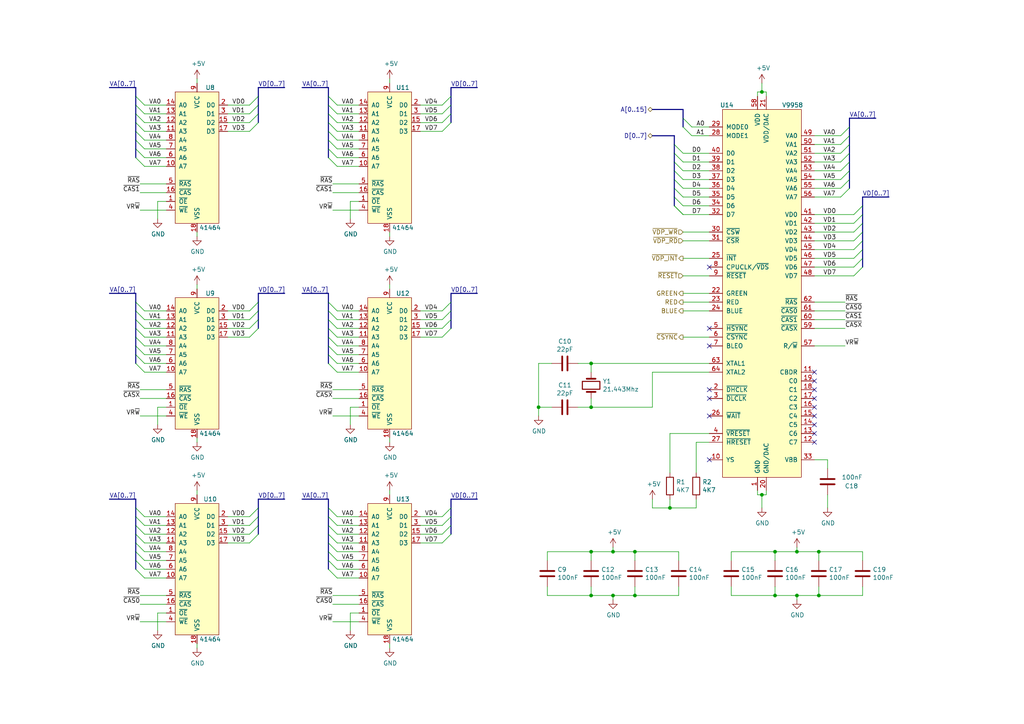
<source format=kicad_sch>
(kicad_sch (version 20211123) (generator eeschema)
  (paper "A4")
  (title_block (title "Y Ddraig Fechan") (company "Stephen Moody"))
  (lib_symbols
    (symbol "Ddraig:41464" (pin_names (offset 1.016))
      (property "Reference" "U" (at 3.81 20.32 0))
      (property "Value" "41464" (at 5.08 -20.32 0))
      (symbol "41464_0_1"
        (rectangle (start -6.35 19.05) (end 6.35 -19.05) (fill (type background)))
      )
      (symbol "41464_1_1"
        (pin input line (at -8.89 -12.7 0) (length 2.54) (name "~{OE}") (number "1"))
        (pin input line (at -8.89 -2.54 0) (length 2.54) (name "A7") (number "10"))
        (pin input line (at -8.89 7.62 0) (length 2.54) (name "A3") (number "11"))
        (pin input line (at -8.89 10.16 0) (length 2.54) (name "A2") (number "12"))
        (pin input line (at -8.89 12.7 0) (length 2.54) (name "A1") (number "13"))
        (pin input line (at -8.89 15.24 0) (length 2.54) (name "A0") (number "14"))
        (pin bidirectional line (at 8.89 10.16 180) (length 2.54) (name "D2") (number "15"))
        (pin input line (at -8.89 -10.16 0) (length 2.54) (name "~{CAS}") (number "16"))
        (pin bidirectional line (at 8.89 7.62 180) (length 2.54) (name "D3") (number "17"))
        (pin power_in line (at 0 -21.59 90) (length 2.54) (name "VSS") (number "18"))
        (pin bidirectional line (at 8.89 15.24 180) (length 2.54) (name "D0") (number "2"))
        (pin bidirectional line (at 8.89 12.7 180) (length 2.54) (name "D1") (number "3"))
        (pin input line (at -8.89 -15.24 0) (length 2.54) (name "~{WE}") (number "4"))
        (pin input line (at -8.89 -7.62 0) (length 2.54) (name "~{RAS}") (number "5"))
        (pin input line (at -8.89 0 0) (length 2.54) (name "A6") (number "6"))
        (pin input line (at -8.89 2.54 0) (length 2.54) (name "A5") (number "7"))
        (pin input line (at -8.89 5.08 0) (length 2.54) (name "A4") (number "8"))
        (pin power_in line (at 0 21.59 270) (length 2.54) (name "VCC") (number "9"))
      )
    )
    (symbol "Ddraig:V9958" (pin_names (offset 1.016))
      (property "Reference" "U" (at 0 0 0))
      (property "Value" "V9958" (at 0 0 0))
      (symbol "V9958_0_1"
        (rectangle (start -11.43 -55.88) (end 11.43 50.8) (fill (type background)))
      )
      (symbol "V9958_1_1"
        (pin power_in line (at -1.27 -59.69 90) (length 3.81) (name "GND") (number "1"))
        (pin output line (at -15.24 -50.8 0) (length 3.81) (name "YS") (number "10"))
        (pin output line (at 15.24 -25.4 180) (length 3.81) (name "CBDR") (number "11"))
        (pin bidirectional line (at 15.24 -45.72 180) (length 3.81) (name "C7") (number "12"))
        (pin bidirectional line (at 15.24 -43.18 180) (length 3.81) (name "C6") (number "13"))
        (pin bidirectional line (at 15.24 -40.64 180) (length 3.81) (name "C5") (number "14"))
        (pin bidirectional line (at 15.24 -38.1 180) (length 3.81) (name "C4") (number "15"))
        (pin bidirectional line (at 15.24 -35.56 180) (length 3.81) (name "C3") (number "16"))
        (pin bidirectional line (at 15.24 -33.02 180) (length 3.81) (name "C2") (number "17"))
        (pin bidirectional line (at 15.24 -30.48 180) (length 3.81) (name "C1") (number "18"))
        (pin bidirectional line (at 15.24 -27.94 180) (length 3.81) (name "C0") (number "19"))
        (pin output line (at -15.24 -30.48 0) (length 3.81) (name "~{DHCLK}") (number "2"))
        (pin power_in line (at 1.27 -59.69 90) (length 3.81) (name "GND/DAC") (number "20"))
        (pin power_in line (at 1.27 54.61 270) (length 3.81) (name "VDD/DAC") (number "21"))
        (pin output line (at -15.24 -2.54 0) (length 3.81) (name "GREEN") (number "22"))
        (pin output line (at -15.24 -5.08 0) (length 3.81) (name "RED") (number "23"))
        (pin output line (at -15.24 -7.62 0) (length 3.81) (name "BLUE") (number "24"))
        (pin output line (at -15.24 7.62 0) (length 3.81) (name "~{INT}") (number "25"))
        (pin output line (at -15.24 -38.1 0) (length 3.81) (name "~{WAIT}") (number "26"))
        (pin input line (at -15.24 -45.72 0) (length 3.81) (name "~{HRESET}") (number "27"))
        (pin input line (at -15.24 43.18 0) (length 3.81) (name "MODE1") (number "28"))
        (pin input line (at -15.24 45.72 0) (length 3.81) (name "MODE0") (number "29"))
        (pin output line (at -15.24 -33.02 0) (length 3.81) (name "~{DLCLK}") (number "3"))
        (pin input line (at -15.24 15.24 0) (length 3.81) (name "~{CSW}") (number "30"))
        (pin input line (at -15.24 12.7 0) (length 3.81) (name "~{CSR}") (number "31"))
        (pin bidirectional line (at -15.24 20.32 0) (length 3.81) (name "D7") (number "32"))
        (pin input line (at 15.24 -50.8 180) (length 3.81) (name "VBB") (number "33"))
        (pin bidirectional line (at -15.24 22.86 0) (length 3.81) (name "D6") (number "34"))
        (pin bidirectional line (at -15.24 25.4 0) (length 3.81) (name "D5") (number "35"))
        (pin bidirectional line (at -15.24 27.94 0) (length 3.81) (name "D4") (number "36"))
        (pin bidirectional line (at -15.24 30.48 0) (length 3.81) (name "D3") (number "37"))
        (pin bidirectional line (at -15.24 33.02 0) (length 3.81) (name "D2") (number "38"))
        (pin bidirectional line (at -15.24 35.56 0) (length 3.81) (name "D1") (number "39"))
        (pin input line (at -15.24 -43.18 0) (length 3.81) (name "~{VRESET}") (number "4"))
        (pin bidirectional line (at -15.24 38.1 0) (length 3.81) (name "D0") (number "40"))
        (pin bidirectional line (at 15.24 20.32 180) (length 3.81) (name "VD0") (number "41"))
        (pin bidirectional line (at 15.24 17.78 180) (length 3.81) (name "VD1") (number "42"))
        (pin bidirectional line (at 15.24 15.24 180) (length 3.81) (name "VD2") (number "43"))
        (pin bidirectional line (at 15.24 12.7 180) (length 3.81) (name "VD3") (number "44"))
        (pin bidirectional line (at 15.24 10.16 180) (length 3.81) (name "VD4") (number "45"))
        (pin bidirectional line (at 15.24 7.62 180) (length 3.81) (name "VD5") (number "46"))
        (pin bidirectional line (at 15.24 5.08 180) (length 3.81) (name "VD6") (number "47"))
        (pin bidirectional line (at 15.24 2.54 180) (length 3.81) (name "VD7") (number "48"))
        (pin output line (at 15.24 43.18 180) (length 3.81) (name "VA0") (number "49"))
        (pin output line (at -15.24 -12.7 0) (length 3.81) (name "~{HSYNC}") (number "5"))
        (pin output line (at 15.24 40.64 180) (length 3.81) (name "VA1") (number "50"))
        (pin output line (at 15.24 38.1 180) (length 3.81) (name "VA2") (number "51"))
        (pin output line (at 15.24 35.56 180) (length 3.81) (name "VA3") (number "52"))
        (pin output line (at 15.24 33.02 180) (length 3.81) (name "VA4") (number "53"))
        (pin output line (at 15.24 30.48 180) (length 3.81) (name "VA5") (number "54"))
        (pin output line (at 15.24 27.94 180) (length 3.81) (name "VA6") (number "55"))
        (pin output line (at 15.24 25.4 180) (length 3.81) (name "VA7") (number "56"))
        (pin output line (at 15.24 -17.78 180) (length 3.81) (name "R/~{W}") (number "57"))
        (pin power_in line (at -1.27 54.61 270) (length 3.81) (name "VDD") (number "58"))
        (pin output line (at 15.24 -12.7 180) (length 3.81) (name "~{CASX}") (number "59"))
        (pin output line (at -15.24 -15.24 0) (length 3.81) (name "~{CSYNC}") (number "6"))
        (pin output line (at 15.24 -10.16 180) (length 3.81) (name "~{CAS1}") (number "60"))
        (pin output line (at 15.24 -7.62 180) (length 3.81) (name "~{CAS0}") (number "61"))
        (pin output line (at 15.24 -5.08 180) (length 3.81) (name "~{RAS}") (number "62"))
        (pin passive line (at -15.24 -22.86 0) (length 3.81) (name "XTAL1") (number "63"))
        (pin passive line (at -15.24 -25.4 0) (length 3.81) (name "XTAL2") (number "64"))
        (pin output line (at -15.24 -17.78 0) (length 3.81) (name "BLEO") (number "7"))
        (pin output line (at -15.24 5.08 0) (length 3.81) (name "CPUCLK/~{VDS}") (number "8"))
        (pin input line (at -15.24 2.54 0) (length 3.81) (name "~{RESET}") (number "9"))
      )
    )
    (symbol "Device:C" (pin_numbers hide) (pin_names (offset 0.254))
      (property "Reference" "C" (at 0.635 2.54 0))
      (property "Value" "C" (at 0.635 -2.54 0))
      (symbol "C_0_1"
        (polyline (pts (xy -2.032 -0.762) (xy 2.032 -0.762)) (stroke (width 0.508)))
        (polyline (pts (xy -2.032 0.762) (xy 2.032 0.762)) (stroke (width 0.508)))
      )
      (symbol "C_1_1"
        (pin passive line (at 0 3.81 270) (length 2.794) (name "~") (number "1"))
        (pin passive line (at 0 -3.81 90) (length 2.794) (name "~") (number "2"))
      )
    )
    (symbol "Device:Crystal" (pin_numbers hide) (pin_names (offset 1.016) hide)
      (property "Reference" "Y" (at 0 3.81 0))
      (property "Value" "Crystal" (at 0 -3.81 0))
      (symbol "Crystal_0_1"
        (rectangle (start -1.143 2.54) (end 1.143 -2.54) (stroke (width 0.3048)))
        (polyline (pts (xy -2.54 0) (xy -1.905 0)))
        (polyline (pts (xy -1.905 -1.27) (xy -1.905 1.27)) (stroke (width 0.508)))
        (polyline (pts (xy 1.905 -1.27) (xy 1.905 1.27)) (stroke (width 0.508)))
        (polyline (pts (xy 2.54 0) (xy 1.905 0)))
      )
      (symbol "Crystal_1_1"
        (pin passive line (at -3.81 0 0) (length 1.27) (name "1") (number "1"))
        (pin passive line (at 3.81 0 180) (length 1.27) (name "2") (number "2"))
      )
    )
    (symbol "Device:R" (pin_numbers hide) (pin_names (offset 0))
      (property "Reference" "R" (at 2.032 0 90))
      (property "Value" "R" (at 0 0 90))
      (symbol "R_0_1"
        (rectangle (start -1.016 -2.54) (end 1.016 2.54) (stroke (width 0.254)))
      )
      (symbol "R_1_1"
        (pin passive line (at 0 3.81 270) (length 1.27) (name "~") (number "1"))
        (pin passive line (at 0 -3.81 90) (length 1.27) (name "~") (number "2"))
      )
    )
    (symbol "power:+5V" (power) (pin_names (offset 0))
      (property "Value" "+5V" (at 0 3.556 0))
      (symbol "+5V_0_1"
        (polyline (pts (xy -0.762 1.27) (xy 0 2.54)))
        (polyline (pts (xy 0 0) (xy 0 2.54)))
        (polyline (pts (xy 0 2.54) (xy 0.762 1.27)))
      )
      (symbol "+5V_1_1"
        (pin power_in line (at 0 0 90) (length 0) hide (name "+5V") (number "1"))
      )
    )
    (symbol "power:GND" (power) (pin_names (offset 0))
      (property "Value" "GND" (at 0 -3.81 0))
      (symbol "GND_0_1"
        (polyline (pts (xy 0 0) (xy 0 -1.27) (xy 1.27 -1.27) (xy 0 -2.54) (xy -1.27 -1.27) (xy 0 -1.27)))
      )
      (symbol "GND_1_1"
        (pin power_in line (at 0 0 270) (length 0) hide (name "GND") (number "1"))
      )
    )
  )
  (junction (at 237.49 160.02))
  (junction (at 177.8 160.02))
  (junction (at 171.45 118.11))
  (junction (at 231.14 160.02))
  (junction (at 220.98 26.67))
  (junction (at 171.45 160.02))
  (junction (at 237.49 172.72))
  (junction (at 231.14 172.72))
  (junction (at 224.79 160.02))
  (junction (at 184.15 160.02))
  (junction (at 156.21 118.11))
  (junction (at 177.8 172.72))
  (junction (at 184.15 172.72))
  (junction (at 224.79 172.72))
  (junction (at 171.45 172.72))
  (junction (at 194.31 147.32))
  (junction (at 220.98 143.51))
  (junction (at 171.45 105.41))
  (no_connect (at 205.74 133.35))
  (no_connect (at 205.74 77.47))
  (no_connect (at 236.22 128.27))
  (no_connect (at 236.22 123.19))
  (no_connect (at 205.74 113.03))
  (no_connect (at 205.74 120.65))
  (no_connect (at 236.22 113.03))
  (no_connect (at 205.74 115.57))
  (no_connect (at 236.22 110.49))
  (no_connect (at 236.22 115.57))
  (no_connect (at 236.22 107.95))
  (no_connect (at 205.74 100.33))
  (no_connect (at 236.22 120.65))
  (no_connect (at 205.74 95.25))
  (no_connect (at 236.22 125.73))
  (no_connect (at 236.22 118.11))
  (bus_entry (at 130.81 92.71) (size -2.54 2.54))
  (bus_entry (at 74.93 87.63) (size -2.54 2.54))
  (bus_entry (at 130.81 154.94) (size -2.54 2.54))
  (bus_entry (at 74.93 95.25) (size -2.54 2.54))
  (bus_entry (at 39.37 92.71) (size 2.54 2.54))
  (bus_entry (at 39.37 149.86) (size 2.54 2.54))
  (bus_entry (at 95.25 43.18) (size 2.54 2.54))
  (bus_entry (at 95.25 102.87) (size 2.54 2.54))
  (bus_entry (at 247.65 72.39) (size 2.54 -2.54))
  (bus_entry (at 74.93 152.4) (size -2.54 2.54))
  (bus_entry (at 39.37 43.18) (size 2.54 2.54))
  (bus_entry (at 95.25 40.64) (size 2.54 2.54))
  (bus_entry (at 130.81 90.17) (size -2.54 2.54))
  (bus_entry (at 95.25 149.86) (size 2.54 2.54))
  (bus_entry (at 130.81 149.86) (size -2.54 2.54))
  (bus_entry (at 243.84 46.99) (size 2.54 -2.54))
  (bus_entry (at 74.93 33.02) (size -2.54 2.54))
  (bus_entry (at 195.58 46.99) (size 2.54 2.54))
  (bus_entry (at 95.25 105.41) (size 2.54 2.54))
  (bus_entry (at 39.37 102.87) (size 2.54 2.54))
  (bus_entry (at 95.25 157.48) (size 2.54 2.54))
  (bus_entry (at 195.58 52.07) (size 2.54 2.54))
  (bus_entry (at 74.93 35.56) (size -2.54 2.54))
  (bus_entry (at 198.12 34.29) (size 2.54 2.54))
  (bus_entry (at 247.65 80.01) (size 2.54 -2.54))
  (bus_entry (at 39.37 40.64) (size 2.54 2.54))
  (bus_entry (at 39.37 38.1) (size 2.54 2.54))
  (bus_entry (at 95.25 27.94) (size 2.54 2.54))
  (bus_entry (at 39.37 27.94) (size 2.54 2.54))
  (bus_entry (at 95.25 165.1) (size 2.54 2.54))
  (bus_entry (at 39.37 160.02) (size 2.54 2.54))
  (bus_entry (at 247.65 62.23) (size 2.54 -2.54))
  (bus_entry (at 95.25 87.63) (size 2.54 2.54))
  (bus_entry (at 39.37 154.94) (size 2.54 2.54))
  (bus_entry (at 95.25 154.94) (size 2.54 2.54))
  (bus_entry (at 243.84 52.07) (size 2.54 -2.54))
  (bus_entry (at 39.37 152.4) (size 2.54 2.54))
  (bus_entry (at 39.37 87.63) (size 2.54 2.54))
  (bus_entry (at 247.65 67.31) (size 2.54 -2.54))
  (bus_entry (at 198.12 36.83) (size 2.54 2.54))
  (bus_entry (at 195.58 57.15) (size 2.54 2.54))
  (bus_entry (at 243.84 39.37) (size 2.54 -2.54))
  (bus_entry (at 95.25 38.1) (size 2.54 2.54))
  (bus_entry (at 195.58 54.61) (size 2.54 2.54))
  (bus_entry (at 39.37 162.56) (size 2.54 2.54))
  (bus_entry (at 95.25 97.79) (size 2.54 2.54))
  (bus_entry (at 243.84 44.45) (size 2.54 -2.54))
  (bus_entry (at 195.58 59.69) (size 2.54 2.54))
  (bus_entry (at 74.93 154.94) (size -2.54 2.54))
  (bus_entry (at 247.65 64.77) (size 2.54 -2.54))
  (bus_entry (at 95.25 147.32) (size 2.54 2.54))
  (bus_entry (at 39.37 105.41) (size 2.54 2.54))
  (bus_entry (at 95.25 30.48) (size 2.54 2.54))
  (bus_entry (at 74.93 27.94) (size -2.54 2.54))
  (bus_entry (at 195.58 59.69) (size 2.54 2.54))
  (bus_entry (at 74.93 30.48) (size -2.54 2.54))
  (bus_entry (at 130.81 27.94) (size -2.54 2.54))
  (bus_entry (at 74.93 149.86) (size -2.54 2.54))
  (bus_entry (at 39.37 165.1) (size 2.54 2.54))
  (bus_entry (at 195.58 44.45) (size 2.54 2.54))
  (bus_entry (at 95.25 92.71) (size 2.54 2.54))
  (bus_entry (at 195.58 41.91) (size 2.54 2.54))
  (bus_entry (at 243.84 54.61) (size 2.54 -2.54))
  (bus_entry (at 74.93 147.32) (size -2.54 2.54))
  (bus_entry (at 95.25 45.72) (size 2.54 2.54))
  (bus_entry (at 74.93 90.17) (size -2.54 2.54))
  (bus_entry (at 39.37 100.33) (size 2.54 2.54))
  (bus_entry (at 39.37 33.02) (size 2.54 2.54))
  (bus_entry (at 95.25 95.25) (size 2.54 2.54))
  (bus_entry (at 95.25 152.4) (size 2.54 2.54))
  (bus_entry (at 39.37 95.25) (size 2.54 2.54))
  (bus_entry (at 39.37 35.56) (size 2.54 2.54))
  (bus_entry (at 95.25 100.33) (size 2.54 2.54))
  (bus_entry (at 195.58 49.53) (size 2.54 2.54))
  (bus_entry (at 130.81 147.32) (size -2.54 2.54))
  (bus_entry (at 130.81 33.02) (size -2.54 2.54))
  (bus_entry (at 130.81 87.63) (size -2.54 2.54))
  (bus_entry (at 95.25 33.02) (size 2.54 2.54))
  (bus_entry (at 243.84 57.15) (size 2.54 -2.54))
  (bus_entry (at 247.65 74.93) (size 2.54 -2.54))
  (bus_entry (at 39.37 97.79) (size 2.54 2.54))
  (bus_entry (at 130.81 95.25) (size -2.54 2.54))
  (bus_entry (at 247.65 77.47) (size 2.54 -2.54))
  (bus_entry (at 39.37 90.17) (size 2.54 2.54))
  (bus_entry (at 243.84 49.53) (size 2.54 -2.54))
  (bus_entry (at 247.65 69.85) (size 2.54 -2.54))
  (bus_entry (at 95.25 35.56) (size 2.54 2.54))
  (bus_entry (at 39.37 45.72) (size 2.54 2.54))
  (bus_entry (at 95.25 160.02) (size 2.54 2.54))
  (bus_entry (at 130.81 152.4) (size -2.54 2.54))
  (bus_entry (at 39.37 30.48) (size 2.54 2.54))
  (bus_entry (at 39.37 147.32) (size 2.54 2.54))
  (bus_entry (at 130.81 35.56) (size -2.54 2.54))
  (bus_entry (at 130.81 30.48) (size -2.54 2.54))
  (bus_entry (at 39.37 157.48) (size 2.54 2.54))
  (bus_entry (at 74.93 92.71) (size -2.54 2.54))
  (bus_entry (at 95.25 90.17) (size 2.54 2.54))
  (bus_entry (at 95.25 162.56) (size 2.54 2.54))
  (bus_entry (at 243.84 41.91) (size 2.54 -2.54))
  (wire (pts (xy 45.72 123.19) (xy 45.72 118.11)))
  (bus (pts (xy 95.25 33.02) (xy 95.25 35.56)))
  (bus (pts (xy 74.93 85.09) (xy 74.93 87.63)))
  (bus (pts (xy 246.38 34.29) (xy 254 34.29)))
  (wire (pts (xy 66.04 152.4) (xy 72.39 152.4)))
  (wire (pts (xy 198.12 80.01) (xy 205.74 80.01)))
  (wire (pts (xy 231.14 172.72) (xy 237.49 172.72)))
  (wire (pts (xy 196.85 160.02) (xy 196.85 162.56)))
  (wire (pts (xy 128.27 35.56) (xy 121.92 35.56)))
  (wire (pts (xy 198.12 52.07) (xy 205.74 52.07)))
  (wire (pts (xy 224.79 170.18) (xy 224.79 172.72)))
  (bus (pts (xy 39.37 154.94) (xy 39.37 157.48)))
  (wire (pts (xy 40.64 113.03) (xy 48.26 113.03)))
  (wire (pts (xy 219.71 27.94) (xy 219.71 26.67)))
  (wire (pts (xy 72.39 30.48) (xy 66.04 30.48)))
  (wire (pts (xy 156.21 118.11) (xy 156.21 105.41)))
  (wire (pts (xy 184.15 170.18) (xy 184.15 172.72)))
  (bus (pts (xy 74.93 152.4) (xy 74.93 154.94)))
  (wire (pts (xy 97.79 40.64) (xy 104.14 40.64)))
  (bus (pts (xy 74.93 30.48) (xy 74.93 33.02)))
  (bus (pts (xy 95.25 27.94) (xy 95.25 30.48)))
  (bus (pts (xy 250.19 67.31) (xy 250.19 69.85)))
  (wire (pts (xy 250.19 160.02) (xy 250.19 162.56)))
  (wire (pts (xy 72.39 149.86) (xy 66.04 149.86)))
  (wire (pts (xy 97.79 160.02) (xy 104.14 160.02)))
  (wire (pts (xy 156.21 105.41) (xy 160.02 105.41)))
  (bus (pts (xy 95.25 102.87) (xy 95.25 105.41)))
  (wire (pts (xy 184.15 162.56) (xy 184.15 160.02)))
  (wire (pts (xy 48.26 97.79) (xy 41.91 97.79)))
  (wire (pts (xy 205.74 97.79) (xy 198.12 97.79)))
  (wire (pts (xy 121.92 157.48) (xy 128.27 157.48)))
  (bus (pts (xy 95.25 92.71) (xy 95.25 95.25)))
  (bus (pts (xy 130.81 25.4) (xy 130.81 27.94)))
  (wire (pts (xy 236.22 87.63) (xy 245.11 87.63)))
  (wire (pts (xy 113.03 127) (xy 113.03 128.27)))
  (bus (pts (xy 39.37 162.56) (xy 39.37 165.1)))
  (wire (pts (xy 212.09 170.18) (xy 212.09 172.72)))
  (wire (pts (xy 104.14 43.18) (xy 97.79 43.18)))
  (wire (pts (xy 158.75 172.72) (xy 171.45 172.72)))
  (wire (pts (xy 66.04 92.71) (xy 72.39 92.71)))
  (wire (pts (xy 243.84 52.07) (xy 236.22 52.07)))
  (wire (pts (xy 101.6 118.11) (xy 104.14 118.11)))
  (wire (pts (xy 220.98 143.51) (xy 219.71 143.51)))
  (bus (pts (xy 74.93 92.71) (xy 74.93 95.25)))
  (wire (pts (xy 236.22 62.23) (xy 247.65 62.23)))
  (wire (pts (xy 72.39 35.56) (xy 66.04 35.56)))
  (wire (pts (xy 40.64 180.34) (xy 48.26 180.34)))
  (wire (pts (xy 40.64 172.72) (xy 48.26 172.72)))
  (wire (pts (xy 222.25 143.51) (xy 222.25 142.24)))
  (bus (pts (xy 39.37 38.1) (xy 39.37 40.64)))
  (wire (pts (xy 171.45 170.18) (xy 171.45 172.72)))
  (bus (pts (xy 95.25 40.64) (xy 95.25 43.18)))
  (bus (pts (xy 250.19 64.77) (xy 250.19 67.31)))
  (wire (pts (xy 224.79 160.02) (xy 231.14 160.02)))
  (wire (pts (xy 171.45 118.11) (xy 189.23 118.11)))
  (bus (pts (xy 39.37 97.79) (xy 39.37 100.33)))
  (wire (pts (xy 57.15 142.24) (xy 57.15 143.51)))
  (bus (pts (xy 39.37 87.63) (xy 39.37 90.17)))
  (bus (pts (xy 246.38 39.37) (xy 246.38 41.91)))
  (bus (pts (xy 246.38 49.53) (xy 246.38 52.07)))
  (bus (pts (xy 130.81 85.09) (xy 130.81 87.63)))
  (wire (pts (xy 189.23 107.95) (xy 205.74 107.95)))
  (wire (pts (xy 96.52 172.72) (xy 104.14 172.72)))
  (bus (pts (xy 39.37 30.48) (xy 39.37 33.02)))
  (wire (pts (xy 104.14 33.02) (xy 97.79 33.02)))
  (wire (pts (xy 48.26 92.71) (xy 41.91 92.71)))
  (wire (pts (xy 101.6 123.19) (xy 101.6 118.11)))
  (wire (pts (xy 97.79 30.48) (xy 104.14 30.48)))
  (wire (pts (xy 128.27 149.86) (xy 121.92 149.86)))
  (wire (pts (xy 237.49 162.56) (xy 237.49 160.02)))
  (wire (pts (xy 41.91 154.94) (xy 48.26 154.94)))
  (bus (pts (xy 95.25 87.63) (xy 95.25 90.17)))
  (wire (pts (xy 41.91 105.41) (xy 48.26 105.41)))
  (wire (pts (xy 41.91 35.56) (xy 48.26 35.56)))
  (wire (pts (xy 205.74 54.61) (xy 198.12 54.61)))
  (bus (pts (xy 130.81 30.48) (xy 130.81 33.02)))
  (wire (pts (xy 104.14 92.71) (xy 97.79 92.71)))
  (bus (pts (xy 246.38 41.91) (xy 246.38 44.45)))
  (wire (pts (xy 121.92 152.4) (xy 128.27 152.4)))
  (wire (pts (xy 96.52 60.96) (xy 104.14 60.96)))
  (wire (pts (xy 220.98 143.51) (xy 222.25 143.51)))
  (wire (pts (xy 41.91 149.86) (xy 48.26 149.86)))
  (wire (pts (xy 57.15 82.55) (xy 57.15 83.82)))
  (bus (pts (xy 74.93 144.78) (xy 74.93 147.32)))
  (wire (pts (xy 237.49 170.18) (xy 237.49 172.72)))
  (wire (pts (xy 45.72 177.8) (xy 48.26 177.8)))
  (wire (pts (xy 231.14 173.99) (xy 231.14 172.72)))
  (wire (pts (xy 220.98 26.67) (xy 222.25 26.67)))
  (wire (pts (xy 48.26 157.48) (xy 41.91 157.48)))
  (wire (pts (xy 48.26 48.26) (xy 41.91 48.26)))
  (wire (pts (xy 113.03 186.69) (xy 113.03 187.96)))
  (wire (pts (xy 104.14 55.88) (xy 96.52 55.88)))
  (wire (pts (xy 97.79 165.1) (xy 104.14 165.1)))
  (bus (pts (xy 39.37 27.94) (xy 39.37 30.48)))
  (wire (pts (xy 236.22 77.47) (xy 247.65 77.47)))
  (bus (pts (xy 195.58 39.37) (xy 195.58 41.91)))
  (wire (pts (xy 240.03 133.35) (xy 240.03 135.89)))
  (bus (pts (xy 250.19 57.15) (xy 250.19 59.69)))
  (wire (pts (xy 104.14 48.26) (xy 97.79 48.26)))
  (bus (pts (xy 95.25 144.78) (xy 87.63 144.78)))
  (bus (pts (xy 39.37 92.71) (xy 39.37 95.25)))
  (wire (pts (xy 66.04 157.48) (xy 72.39 157.48)))
  (wire (pts (xy 198.12 57.15) (xy 205.74 57.15)))
  (bus (pts (xy 39.37 100.33) (xy 39.37 102.87)))
  (bus (pts (xy 95.25 85.09) (xy 95.25 87.63)))
  (wire (pts (xy 96.52 53.34) (xy 104.14 53.34)))
  (bus (pts (xy 195.58 52.07) (xy 195.58 54.61)))
  (wire (pts (xy 121.92 97.79) (xy 128.27 97.79)))
  (wire (pts (xy 212.09 160.02) (xy 224.79 160.02)))
  (wire (pts (xy 48.26 115.57) (xy 40.64 115.57)))
  (bus (pts (xy 74.93 149.86) (xy 74.93 152.4)))
  (bus (pts (xy 95.25 152.4) (xy 95.25 154.94)))
  (bus (pts (xy 74.93 147.32) (xy 74.93 149.86)))
  (wire (pts (xy 220.98 24.13) (xy 220.98 26.67)))
  (bus (pts (xy 130.81 152.4) (xy 130.81 154.94)))
  (wire (pts (xy 96.52 180.34) (xy 104.14 180.34)))
  (wire (pts (xy 101.6 177.8) (xy 104.14 177.8)))
  (wire (pts (xy 104.14 152.4) (xy 97.79 152.4)))
  (wire (pts (xy 243.84 46.99) (xy 236.22 46.99)))
  (bus (pts (xy 250.19 59.69) (xy 250.19 62.23)))
  (wire (pts (xy 128.27 90.17) (xy 121.92 90.17)))
  (bus (pts (xy 39.37 144.78) (xy 31.75 144.78)))
  (wire (pts (xy 41.91 100.33) (xy 48.26 100.33)))
  (bus (pts (xy 95.25 30.48) (xy 95.25 33.02)))
  (bus (pts (xy 130.81 90.17) (xy 130.81 92.71)))
  (wire (pts (xy 198.12 74.93) (xy 205.74 74.93)))
  (wire (pts (xy 41.91 165.1) (xy 48.26 165.1)))
  (wire (pts (xy 40.64 60.96) (xy 48.26 60.96)))
  (bus (pts (xy 39.37 43.18) (xy 39.37 45.72)))
  (wire (pts (xy 236.22 49.53) (xy 243.84 49.53)))
  (wire (pts (xy 104.14 115.57) (xy 96.52 115.57)))
  (wire (pts (xy 236.22 44.45) (xy 243.84 44.45)))
  (wire (pts (xy 236.22 133.35) (xy 240.03 133.35)))
  (wire (pts (xy 222.25 26.67) (xy 222.25 27.94)))
  (wire (pts (xy 97.79 154.94) (xy 104.14 154.94)))
  (wire (pts (xy 72.39 90.17) (xy 66.04 90.17)))
  (bus (pts (xy 95.25 38.1) (xy 95.25 40.64)))
  (wire (pts (xy 236.22 92.71) (xy 245.11 92.71)))
  (wire (pts (xy 201.93 147.32) (xy 201.93 144.78)))
  (wire (pts (xy 48.26 162.56) (xy 41.91 162.56)))
  (wire (pts (xy 247.65 74.93) (xy 236.22 74.93)))
  (wire (pts (xy 177.8 158.75) (xy 177.8 160.02)))
  (bus (pts (xy 39.37 157.48) (xy 39.37 160.02)))
  (bus (pts (xy 250.19 62.23) (xy 250.19 64.77)))
  (bus (pts (xy 74.93 144.78) (xy 82.55 144.78)))
  (bus (pts (xy 130.81 149.86) (xy 130.81 152.4)))
  (wire (pts (xy 205.74 49.53) (xy 198.12 49.53)))
  (wire (pts (xy 194.31 144.78) (xy 194.31 147.32)))
  (wire (pts (xy 156.21 120.65) (xy 156.21 118.11)))
  (wire (pts (xy 245.11 95.25) (xy 236.22 95.25)))
  (bus (pts (xy 39.37 85.09) (xy 31.75 85.09)))
  (bus (pts (xy 95.25 144.78) (xy 95.25 147.32)))
  (wire (pts (xy 189.23 144.78) (xy 189.23 147.32)))
  (bus (pts (xy 95.25 149.86) (xy 95.25 152.4)))
  (bus (pts (xy 74.93 87.63) (xy 74.93 90.17)))
  (wire (pts (xy 97.79 149.86) (xy 104.14 149.86)))
  (wire (pts (xy 128.27 154.94) (xy 121.92 154.94)))
  (wire (pts (xy 48.26 152.4) (xy 41.91 152.4)))
  (bus (pts (xy 95.25 162.56) (xy 95.25 165.1)))
  (wire (pts (xy 66.04 97.79) (xy 72.39 97.79)))
  (wire (pts (xy 205.74 44.45) (xy 198.12 44.45)))
  (wire (pts (xy 57.15 186.69) (xy 57.15 187.96)))
  (wire (pts (xy 198.12 85.09) (xy 205.74 85.09)))
  (wire (pts (xy 48.26 43.18) (xy 41.91 43.18)))
  (wire (pts (xy 205.74 39.37) (xy 200.66 39.37)))
  (wire (pts (xy 104.14 162.56) (xy 97.79 162.56)))
  (wire (pts (xy 158.75 162.56) (xy 158.75 160.02)))
  (wire (pts (xy 198.12 46.99) (xy 205.74 46.99)))
  (wire (pts (xy 236.22 54.61) (xy 243.84 54.61)))
  (bus (pts (xy 130.81 147.32) (xy 130.81 149.86)))
  (bus (pts (xy 95.25 100.33) (xy 95.25 102.87)))
  (wire (pts (xy 121.92 92.71) (xy 128.27 92.71)))
  (bus (pts (xy 95.25 95.25) (xy 95.25 97.79)))
  (bus (pts (xy 95.25 157.48) (xy 95.25 160.02)))
  (bus (pts (xy 39.37 152.4) (xy 39.37 154.94)))
  (bus (pts (xy 195.58 39.37) (xy 189.23 39.37)))
  (bus (pts (xy 130.81 144.78) (xy 138.43 144.78)))
  (wire (pts (xy 205.74 69.85) (xy 198.12 69.85)))
  (bus (pts (xy 95.25 25.4) (xy 87.63 25.4)))
  (wire (pts (xy 97.79 90.17) (xy 104.14 90.17)))
  (wire (pts (xy 171.45 160.02) (xy 177.8 160.02)))
  (bus (pts (xy 195.58 49.53) (xy 195.58 52.07)))
  (wire (pts (xy 198.12 62.23) (xy 205.74 62.23)))
  (bus (pts (xy 130.81 27.94) (xy 130.81 30.48)))
  (wire (pts (xy 97.79 35.56) (xy 104.14 35.56)))
  (bus (pts (xy 250.19 72.39) (xy 250.19 74.93)))
  (wire (pts (xy 104.14 167.64) (xy 97.79 167.64)))
  (bus (pts (xy 246.38 44.45) (xy 246.38 46.99)))
  (bus (pts (xy 39.37 33.02) (xy 39.37 35.56)))
  (bus (pts (xy 246.38 34.29) (xy 246.38 36.83)))
  (wire (pts (xy 121.92 38.1) (xy 128.27 38.1)))
  (wire (pts (xy 219.71 143.51) (xy 219.71 142.24)))
  (wire (pts (xy 201.93 128.27) (xy 201.93 137.16)))
  (wire (pts (xy 205.74 87.63) (xy 198.12 87.63)))
  (wire (pts (xy 196.85 172.72) (xy 196.85 170.18)))
  (wire (pts (xy 167.64 105.41) (xy 171.45 105.41)))
  (wire (pts (xy 97.79 95.25) (xy 104.14 95.25)))
  (bus (pts (xy 95.25 160.02) (xy 95.25 162.56)))
  (wire (pts (xy 236.22 72.39) (xy 247.65 72.39)))
  (wire (pts (xy 41.91 90.17) (xy 48.26 90.17)))
  (wire (pts (xy 48.26 175.26) (xy 40.64 175.26)))
  (wire (pts (xy 48.26 167.64) (xy 41.91 167.64)))
  (wire (pts (xy 219.71 26.67) (xy 220.98 26.67)))
  (bus (pts (xy 39.37 90.17) (xy 39.37 92.71)))
  (bus (pts (xy 250.19 69.85) (xy 250.19 72.39)))
  (wire (pts (xy 128.27 95.25) (xy 121.92 95.25)))
  (wire (pts (xy 41.91 40.64) (xy 48.26 40.64)))
  (bus (pts (xy 39.37 85.09) (xy 39.37 87.63)))
  (bus (pts (xy 39.37 102.87) (xy 39.37 105.41)))
  (bus (pts (xy 198.12 31.75) (xy 189.23 31.75)))
  (wire (pts (xy 167.64 118.11) (xy 171.45 118.11)))
  (bus (pts (xy 130.81 87.63) (xy 130.81 90.17)))
  (bus (pts (xy 95.25 90.17) (xy 95.25 92.71)))
  (bus (pts (xy 250.19 74.93) (xy 250.19 77.47)))
  (wire (pts (xy 66.04 33.02) (xy 72.39 33.02)))
  (wire (pts (xy 45.72 182.88) (xy 45.72 177.8)))
  (wire (pts (xy 72.39 154.94) (xy 66.04 154.94)))
  (wire (pts (xy 247.65 80.01) (xy 236.22 80.01)))
  (bus (pts (xy 74.93 27.94) (xy 74.93 30.48)))
  (wire (pts (xy 220.98 147.32) (xy 220.98 143.51)))
  (wire (pts (xy 194.31 147.32) (xy 201.93 147.32)))
  (bus (pts (xy 95.25 147.32) (xy 95.25 149.86)))
  (wire (pts (xy 205.74 128.27) (xy 201.93 128.27)))
  (bus (pts (xy 195.58 44.45) (xy 195.58 46.99)))
  (bus (pts (xy 39.37 147.32) (xy 39.37 149.86)))
  (wire (pts (xy 240.03 143.51) (xy 240.03 147.32)))
  (wire (pts (xy 104.14 38.1) (xy 97.79 38.1)))
  (bus (pts (xy 250.19 57.15) (xy 257.81 57.15)))
  (wire (pts (xy 48.26 38.1) (xy 41.91 38.1)))
  (wire (pts (xy 177.8 172.72) (xy 184.15 172.72)))
  (bus (pts (xy 95.25 25.4) (xy 95.25 27.94)))
  (bus (pts (xy 130.81 92.71) (xy 130.81 95.25)))
  (bus (pts (xy 95.25 43.18) (xy 95.25 45.72)))
  (wire (pts (xy 113.03 82.55) (xy 113.03 83.82)))
  (wire (pts (xy 250.19 172.72) (xy 250.19 170.18)))
  (wire (pts (xy 247.65 69.85) (xy 236.22 69.85)))
  (wire (pts (xy 224.79 162.56) (xy 224.79 160.02)))
  (wire (pts (xy 243.84 57.15) (xy 236.22 57.15)))
  (wire (pts (xy 236.22 67.31) (xy 247.65 67.31)))
  (wire (pts (xy 184.15 160.02) (xy 196.85 160.02)))
  (wire (pts (xy 205.74 59.69) (xy 198.12 59.69)))
  (wire (pts (xy 101.6 58.42) (xy 104.14 58.42)))
  (wire (pts (xy 160.02 118.11) (xy 156.21 118.11)))
  (bus (pts (xy 130.81 144.78) (xy 130.81 147.32)))
  (wire (pts (xy 177.8 160.02) (xy 184.15 160.02)))
  (bus (pts (xy 39.37 144.78) (xy 39.37 147.32)))
  (wire (pts (xy 48.26 107.95) (xy 41.91 107.95)))
  (wire (pts (xy 237.49 172.72) (xy 250.19 172.72)))
  (wire (pts (xy 113.03 22.86) (xy 113.03 24.13)))
  (wire (pts (xy 41.91 30.48) (xy 48.26 30.48)))
  (wire (pts (xy 104.14 97.79) (xy 97.79 97.79)))
  (wire (pts (xy 237.49 160.02) (xy 250.19 160.02)))
  (bus (pts (xy 130.81 25.4) (xy 138.43 25.4)))
  (wire (pts (xy 171.45 172.72) (xy 177.8 172.72)))
  (wire (pts (xy 200.66 36.83) (xy 205.74 36.83)))
  (wire (pts (xy 40.64 120.65) (xy 48.26 120.65)))
  (bus (pts (xy 195.58 41.91) (xy 195.58 44.45)))
  (wire (pts (xy 48.26 102.87) (xy 41.91 102.87)))
  (wire (pts (xy 104.14 157.48) (xy 97.79 157.48)))
  (wire (pts (xy 177.8 173.99) (xy 177.8 172.72)))
  (bus (pts (xy 246.38 36.83) (xy 246.38 39.37)))
  (bus (pts (xy 198.12 31.75) (xy 198.12 34.29)))
  (wire (pts (xy 205.74 125.73) (xy 194.31 125.73)))
  (wire (pts (xy 212.09 162.56) (xy 212.09 160.02)))
  (wire (pts (xy 97.79 100.33) (xy 104.14 100.33)))
  (bus (pts (xy 130.81 85.09) (xy 138.43 85.09)))
  (wire (pts (xy 171.45 105.41) (xy 171.45 107.95)))
  (wire (pts (xy 243.84 41.91) (xy 236.22 41.91)))
  (bus (pts (xy 74.93 25.4) (xy 82.55 25.4)))
  (wire (pts (xy 48.26 33.02) (xy 41.91 33.02)))
  (wire (pts (xy 40.64 53.34) (xy 48.26 53.34)))
  (bus (pts (xy 195.58 57.15) (xy 195.58 59.69)))
  (wire (pts (xy 231.14 158.75) (xy 231.14 160.02)))
  (wire (pts (xy 45.72 58.42) (xy 48.26 58.42)))
  (wire (pts (xy 231.14 160.02) (xy 237.49 160.02)))
  (wire (pts (xy 104.14 102.87) (xy 97.79 102.87)))
  (wire (pts (xy 101.6 182.88) (xy 101.6 177.8)))
  (wire (pts (xy 171.45 162.56) (xy 171.45 160.02)))
  (wire (pts (xy 189.23 118.11) (xy 189.23 107.95)))
  (wire (pts (xy 205.74 105.41) (xy 171.45 105.41)))
  (wire (pts (xy 224.79 172.72) (xy 231.14 172.72)))
  (wire (pts (xy 57.15 22.86) (xy 57.15 24.13)))
  (bus (pts (xy 39.37 160.02) (xy 39.37 162.56)))
  (wire (pts (xy 96.52 113.03) (xy 104.14 113.03)))
  (wire (pts (xy 189.23 147.32) (xy 194.31 147.32)))
  (wire (pts (xy 236.22 39.37) (xy 243.84 39.37)))
  (bus (pts (xy 39.37 35.56) (xy 39.37 38.1)))
  (wire (pts (xy 72.39 95.25) (xy 66.04 95.25)))
  (bus (pts (xy 74.93 33.02) (xy 74.93 35.56)))
  (wire (pts (xy 236.22 100.33) (xy 245.11 100.33)))
  (wire (pts (xy 184.15 172.72) (xy 196.85 172.72)))
  (bus (pts (xy 74.93 85.09) (xy 82.55 85.09)))
  (wire (pts (xy 66.04 38.1) (xy 72.39 38.1)))
  (bus (pts (xy 39.37 149.86) (xy 39.37 152.4)))
  (wire (pts (xy 198.12 67.31) (xy 205.74 67.31)))
  (wire (pts (xy 247.65 64.77) (xy 236.22 64.77)))
  (bus (pts (xy 246.38 52.07) (xy 246.38 54.61)))
  (wire (pts (xy 41.91 45.72) (xy 48.26 45.72)))
  (wire (pts (xy 194.31 125.73) (xy 194.31 137.16)))
  (bus (pts (xy 246.38 46.99) (xy 246.38 49.53)))
  (bus (pts (xy 195.58 54.61) (xy 195.58 57.15)))
  (wire (pts (xy 158.75 170.18) (xy 158.75 172.72)))
  (wire (pts (xy 113.03 67.31) (xy 113.03 68.58)))
  (wire (pts (xy 245.11 90.17) (xy 236.22 90.17)))
  (wire (pts (xy 41.91 95.25) (xy 48.26 95.25)))
  (bus (pts (xy 39.37 95.25) (xy 39.37 97.79)))
  (wire (pts (xy 171.45 118.11) (xy 171.45 115.57)))
  (wire (pts (xy 97.79 45.72) (xy 104.14 45.72)))
  (bus (pts (xy 95.25 85.09) (xy 87.63 85.09)))
  (wire (pts (xy 45.72 63.5) (xy 45.72 58.42)))
  (wire (pts (xy 45.72 118.11) (xy 48.26 118.11)))
  (wire (pts (xy 158.75 160.02) (xy 171.45 160.02)))
  (wire (pts (xy 128.27 30.48) (xy 121.92 30.48)))
  (wire (pts (xy 101.6 63.5) (xy 101.6 58.42)))
  (wire (pts (xy 48.26 55.88) (xy 40.64 55.88)))
  (bus (pts (xy 39.37 40.64) (xy 39.37 43.18)))
  (bus (pts (xy 74.93 90.17) (xy 74.93 92.71)))
  (wire (pts (xy 212.09 172.72) (xy 224.79 172.72)))
  (bus (pts (xy 198.12 34.29) (xy 198.12 36.83)))
  (bus (pts (xy 95.25 154.94) (xy 95.25 157.48)))
  (wire (pts (xy 104.14 107.95) (xy 97.79 107.95)))
  (wire (pts (xy 57.15 127) (xy 57.15 128.27)))
  (wire (pts (xy 104.14 175.26) (xy 96.52 175.26)))
  (wire (pts (xy 57.15 67.31) (xy 57.15 68.58)))
  (bus (pts (xy 39.37 25.4) (xy 31.75 25.4)))
  (wire (pts (xy 121.92 33.02) (xy 128.27 33.02)))
  (bus (pts (xy 39.37 25.4) (xy 39.37 27.94)))
  (bus (pts (xy 74.93 25.4) (xy 74.93 27.94)))
  (wire (pts (xy 97.79 105.41) (xy 104.14 105.41)))
  (wire (pts (xy 113.03 142.24) (xy 113.03 143.51)))
  (bus (pts (xy 95.25 35.56) (xy 95.25 38.1)))
  (wire (pts (xy 96.52 120.65) (xy 104.14 120.65)))
  (bus (pts (xy 195.58 46.99) (xy 195.58 49.53)))
  (wire (pts (xy 198.12 90.17) (xy 205.74 90.17)))
  (bus (pts (xy 95.25 97.79) (xy 95.25 100.33)))
  (bus (pts (xy 130.81 33.02) (xy 130.81 35.56)))
  (wire (pts (xy 41.91 160.02) (xy 48.26 160.02)))
  (label "VA5" (at 99.06 162.56 0))
  (label "VA7" (at 43.18 107.95 0))
  (label "VD3" (at 67.31 97.79 0))
  (label "VR~{W}" (at 96.52 120.65 180))
  (label "VD[0..7]" (at 130.81 85.09 0))
  (label "VA4" (at 43.18 40.64 0))
  (label "D4" (at 200.66 54.61 0))
  (label "VA[0..7]" (at 246.38 34.29 0))
  (label "VD1" (at 238.76 64.77 0))
  (label "VD7" (at 123.19 38.1 0))
  (label "VA2" (at 99.06 95.25 0))
  (label "VA1" (at 43.18 152.4 0))
  (label "VA5" (at 238.76 52.07 0))
  (label "VD6" (at 123.19 95.25 0))
  (label "VA0" (at 43.18 90.17 0))
  (label "VA3" (at 99.06 157.48 0))
  (label "VA[0..7]" (at 87.63 144.78 0))
  (label "VA3" (at 99.06 38.1 0))
  (label "~{CASX}" (at 245.11 95.25 0))
  (label "VD4" (at 238.76 72.39 0))
  (label "VA6" (at 43.18 105.41 0))
  (label "VA0" (at 43.18 149.86 0))
  (label "VD[0..7]" (at 130.81 144.78 0))
  (label "VD[0..7]" (at 130.81 25.4 0))
  (label "~{RAS}" (at 245.11 87.63 0))
  (label "VA2" (at 99.06 35.56 0))
  (label "~{CAS0}" (at 40.64 175.26 180))
  (label "VD2" (at 67.31 154.94 0))
  (label "VR~{W}" (at 40.64 180.34 180))
  (label "VA2" (at 43.18 154.94 0))
  (label "~{RAS}" (at 40.64 53.34 180))
  (label "~{CAS1}" (at 40.64 55.88 180))
  (label "VR~{W}" (at 40.64 120.65 180))
  (label "VD5" (at 123.19 92.71 0))
  (label "VD1" (at 67.31 92.71 0))
  (label "VA4" (at 99.06 100.33 0))
  (label "VA2" (at 99.06 154.94 0))
  (label "VA0" (at 99.06 30.48 0))
  (label "A0" (at 201.93 36.83 0))
  (label "VD2" (at 67.31 35.56 0))
  (label "VA1" (at 43.18 33.02 0))
  (label "VD7" (at 123.19 97.79 0))
  (label "VA[0..7]" (at 31.75 144.78 0))
  (label "VA2" (at 43.18 35.56 0))
  (label "VD0" (at 67.31 30.48 0))
  (label "VR~{W}" (at 96.52 180.34 180))
  (label "VA3" (at 43.18 157.48 0))
  (label "VA4" (at 43.18 100.33 0))
  (label "VD4" (at 123.19 149.86 0))
  (label "VD7" (at 238.76 80.01 0))
  (label "VA6" (at 43.18 45.72 0))
  (label "VA5" (at 43.18 102.87 0))
  (label "VD6" (at 123.19 154.94 0))
  (label "VA2" (at 43.18 95.25 0))
  (label "VA0" (at 43.18 30.48 0))
  (label "~{CAS0}" (at 245.11 90.17 0))
  (label "VD0" (at 238.76 62.23 0))
  (label "~{CASX}" (at 96.52 115.57 180))
  (label "VA7" (at 99.06 48.26 0))
  (label "VA[0..7]" (at 31.75 85.09 0))
  (label "VD2" (at 238.76 67.31 0))
  (label "VA5" (at 99.06 43.18 0))
  (label "D7" (at 200.66 62.23 0))
  (label "~{CAS0}" (at 96.52 175.26 180))
  (label "VA5" (at 99.06 102.87 0))
  (label "VA5" (at 43.18 43.18 0))
  (label "VA6" (at 99.06 165.1 0))
  (label "~{RAS}" (at 96.52 172.72 180))
  (label "VA[0..7]" (at 31.75 25.4 0))
  (label "VA1" (at 238.76 41.91 0))
  (label "VA3" (at 99.06 97.79 0))
  (label "VA7" (at 99.06 107.95 0))
  (label "VD0" (at 67.31 90.17 0))
  (label "VA7" (at 43.18 167.64 0))
  (label "~{RAS}" (at 40.64 113.03 180))
  (label "VA7" (at 238.76 57.15 0))
  (label "VA3" (at 43.18 38.1 0))
  (label "~{RAS}" (at 96.52 53.34 180))
  (label "VD2" (at 67.31 95.25 0))
  (label "VD4" (at 123.19 30.48 0))
  (label "VD[0..7]" (at 74.93 85.09 0))
  (label "A1" (at 201.93 39.37 0))
  (label "VA0" (at 99.06 90.17 0))
  (label "VA6" (at 238.76 54.61 0))
  (label "~{CASX}" (at 40.64 115.57 180))
  (label "D2" (at 200.66 49.53 0))
  (label "VA[0..7]" (at 87.63 25.4 0))
  (label "VR~{W}" (at 40.64 60.96 180))
  (label "VA2" (at 238.76 44.45 0))
  (label "VR~{W}" (at 96.52 60.96 180))
  (label "~{RAS}" (at 40.64 172.72 180))
  (label "D5" (at 200.66 57.15 0))
  (label "VA0" (at 238.76 39.37 0))
  (label "VD0" (at 67.31 149.86 0))
  (label "D1" (at 200.66 46.99 0))
  (label "VA3" (at 238.76 46.99 0))
  (label "VA7" (at 43.18 48.26 0))
  (label "D0" (at 200.66 44.45 0))
  (label "VA1" (at 99.06 152.4 0))
  (label "VA6" (at 99.06 105.41 0))
  (label "VD[0..7]" (at 250.19 57.15 0))
  (label "VA0" (at 99.06 149.86 0))
  (label "D3" (at 200.66 52.07 0))
  (label "VA4" (at 238.76 49.53 0))
  (label "VD7" (at 123.19 157.48 0))
  (label "VD1" (at 67.31 33.02 0))
  (label "VD5" (at 238.76 74.93 0))
  (label "~{CAS1}" (at 96.52 55.88 180))
  (label "VD6" (at 123.19 35.56 0))
  (label "VA1" (at 43.18 92.71 0))
  (label "VD5" (at 123.19 152.4 0))
  (label "VA1" (at 99.06 92.71 0))
  (label "VA6" (at 43.18 165.1 0))
  (label "VA6" (at 99.06 45.72 0))
  (label "VD[0..7]" (at 74.93 25.4 0))
  (label "VA3" (at 43.18 97.79 0))
  (label "VD3" (at 238.76 69.85 0))
  (label "~{CAS1}" (at 245.11 92.71 0))
  (label "VA7" (at 99.06 167.64 0))
  (label "VD4" (at 123.19 90.17 0))
  (label "VD[0..7]" (at 74.93 144.78 0))
  (label "D6" (at 200.66 59.69 0))
  (label "VD1" (at 67.31 152.4 0))
  (label "VA5" (at 43.18 162.56 0))
  (label "VD6" (at 238.76 77.47 0))
  (label "VA4" (at 43.18 160.02 0))
  (label "VD3" (at 67.31 157.48 0))
  (label "~{RAS}" (at 96.52 113.03 180))
  (label "VA4" (at 99.06 160.02 0))
  (label "VD3" (at 67.31 38.1 0))
  (label "VD5" (at 123.19 33.02 0))
  (label "VR~{W}" (at 245.11 100.33 0))
  (label "VA4" (at 99.06 40.64 0))
  (label "VA1" (at 99.06 33.02 0))
  (label "VA[0..7]" (at 87.63 85.09 0))
  (hierarchical_label "~{VDP_INT}" (shape output) (at 198.12 74.93 180))
  (hierarchical_label "D[0..7]" (shape bidirectional) (at 189.23 39.37 180))
  (hierarchical_label "BLUE" (shape output) (at 198.12 90.17 180))
  (hierarchical_label "GREEN" (shape output) (at 198.12 85.09 180))
  (hierarchical_label "~{VDP_RD}" (shape input) (at 198.12 69.85 180))
  (hierarchical_label "RED" (shape output) (at 198.12 87.63 180))
  (hierarchical_label "A[0..15]" (shape bidirectional) (at 189.23 31.75 180))
  (hierarchical_label "~{CSYNC}" (shape output) (at 198.12 97.79 180))
  (hierarchical_label "~{VDP_WR}" (shape input) (at 198.12 67.31 180))
  (hierarchical_label "~{RESET}" (shape input) (at 198.12 80.01 180))
  (symbol (lib_id "Ddraig:41464") (at 57.15 45.72 0) (unit 1)
    (property "Reference" "U8" (at 60.96 25.4 0))
    (property "Value" "41464" (at 60.96 66.04 0))
    (property "Footprint" "Package_DIP:DIP-18_W7.62mm_Socket" (effects hide))
  )
  (symbol (lib_id "power:+5V") (at 57.15 22.86 0) (unit 1)
    (property "Reference" "#PWR031" (effects hide))
    (property "Value" "+5V" (at 57.531 18.4658 0))
  )
  (symbol (lib_id "power:GND") (at 57.15 68.58 0) (unit 1)
    (property "Reference" "#PWR032" (effects hide))
    (property "Value" "GND" (at 57.277 72.9742 0))
  )
  (symbol (lib_id "power:GND") (at 45.72 63.5 0) (unit 1)
    (property "Reference" "#PWR028" (effects hide))
    (property "Value" "GND" (at 45.847 67.8942 0))
  )
  (symbol (lib_id "Ddraig:41464") (at 113.03 45.72 0) (unit 1)
    (property "Reference" "U11" (at 116.84 25.4 0))
    (property "Value" "41464" (at 116.84 66.04 0))
    (property "Footprint" "Package_DIP:DIP-18_W7.62mm_Socket" (effects hide))
  )
  (symbol (lib_id "power:+5V") (at 113.03 22.86 0) (unit 1)
    (property "Reference" "#PWR040" (effects hide))
    (property "Value" "+5V" (at 113.411 18.4658 0))
  )
  (symbol (lib_id "power:GND") (at 113.03 68.58 0) (unit 1)
    (property "Reference" "#PWR041" (effects hide))
    (property "Value" "GND" (at 113.157 72.9742 0))
  )
  (symbol (lib_id "power:GND") (at 101.6 63.5 0) (unit 1)
    (property "Reference" "#PWR037" (effects hide))
    (property "Value" "GND" (at 101.727 67.8942 0))
  )
  (symbol (lib_id "Ddraig:41464") (at 57.15 105.41 0) (unit 1)
    (property "Reference" "U9" (at 60.96 85.09 0))
    (property "Value" "41464" (at 60.96 125.73 0))
    (property "Footprint" "Package_DIP:DIP-18_W7.62mm_Socket" (effects hide))
  )
  (symbol (lib_id "power:+5V") (at 57.15 82.55 0) (unit 1)
    (property "Reference" "#PWR033" (effects hide))
    (property "Value" "+5V" (at 57.531 78.1558 0))
  )
  (symbol (lib_id "power:GND") (at 57.15 128.27 0) (unit 1)
    (property "Reference" "#PWR034" (effects hide))
    (property "Value" "GND" (at 57.277 132.6642 0))
  )
  (symbol (lib_id "power:GND") (at 45.72 123.19 0) (unit 1)
    (property "Reference" "#PWR029" (effects hide))
    (property "Value" "GND" (at 45.847 127.5842 0))
  )
  (symbol (lib_id "Ddraig:41464") (at 113.03 105.41 0) (unit 1)
    (property "Reference" "U12" (at 116.84 85.09 0))
    (property "Value" "41464" (at 116.84 125.73 0))
    (property "Footprint" "Package_DIP:DIP-18_W7.62mm_Socket" (effects hide))
  )
  (symbol (lib_id "power:+5V") (at 113.03 82.55 0) (unit 1)
    (property "Reference" "#PWR042" (effects hide))
    (property "Value" "+5V" (at 113.411 78.1558 0))
  )
  (symbol (lib_id "power:GND") (at 113.03 128.27 0) (unit 1)
    (property "Reference" "#PWR043" (effects hide))
    (property "Value" "GND" (at 113.157 132.6642 0))
  )
  (symbol (lib_id "power:GND") (at 101.6 123.19 0) (unit 1)
    (property "Reference" "#PWR038" (effects hide))
    (property "Value" "GND" (at 101.727 127.5842 0))
  )
  (symbol (lib_id "Ddraig:41464") (at 57.15 165.1 0) (unit 1)
    (property "Reference" "U10" (at 60.96 144.78 0))
    (property "Value" "41464" (at 60.96 185.42 0))
    (property "Footprint" "Package_DIP:DIP-18_W7.62mm_Socket" (effects hide))
  )
  (symbol (lib_id "power:+5V") (at 57.15 142.24 0) (unit 1)
    (property "Reference" "#PWR035" (effects hide))
    (property "Value" "+5V" (at 57.531 137.8458 0))
  )
  (symbol (lib_id "power:GND") (at 57.15 187.96 0) (unit 1)
    (property "Reference" "#PWR036" (effects hide))
    (property "Value" "GND" (at 57.277 192.3542 0))
  )
  (symbol (lib_id "power:GND") (at 45.72 182.88 0) (unit 1)
    (property "Reference" "#PWR030" (effects hide))
    (property "Value" "GND" (at 45.847 187.2742 0))
  )
  (symbol (lib_id "Ddraig:41464") (at 113.03 165.1 0) (unit 1)
    (property "Reference" "U13" (at 116.84 144.78 0))
    (property "Value" "41464" (at 116.84 185.42 0))
    (property "Footprint" "Package_DIP:DIP-18_W7.62mm_Socket" (effects hide))
  )
  (symbol (lib_id "power:+5V") (at 113.03 142.24 0) (unit 1)
    (property "Reference" "#PWR044" (effects hide))
    (property "Value" "+5V" (at 113.411 137.8458 0))
  )
  (symbol (lib_id "power:GND") (at 113.03 187.96 0) (unit 1)
    (property "Reference" "#PWR045" (effects hide))
    (property "Value" "GND" (at 113.157 192.3542 0))
  )
  (symbol (lib_id "power:GND") (at 101.6 182.88 0) (unit 1)
    (property "Reference" "#PWR039" (effects hide))
    (property "Value" "GND" (at 101.727 187.2742 0))
  )
  (symbol (lib_id "power:GND") (at 240.03 147.32 0) (unit 1)
    (property "Reference" "#PWR054" (effects hide))
    (property "Value" "GND" (at 240.157 151.7142 0))
  )
  (symbol (lib_id "power:GND") (at 220.98 147.32 0) (unit 1)
    (property "Reference" "#PWR051" (effects hide))
    (property "Value" "GND" (at 221.107 151.7142 0))
  )
  (symbol (lib_id "Device:C") (at 240.03 139.7 180) (unit 1)
    (property "Reference" "C18" (at 248.92 140.97 0) (effects (justify left)))
    (property "Value" "100nF" (at 250.19 138.43 0) (effects (justify left)))
    (property "Footprint" "Capacitor_THT:C_Disc_D5.0mm_W2.5mm_P2.50mm" (effects hide))
  )
  (symbol (lib_id "power:+5V") (at 220.98 24.13 0) (unit 1)
    (property "Reference" "#PWR050" (effects hide))
    (property "Value" "+5V" (at 221.361 19.7358 0))
  )
  (symbol (lib_id "Device:C") (at 158.75 166.37 0) (unit 1)
    (property "Reference" "C9" (at 161.671 165.2016 0) (effects (justify left)))
    (property "Value" "100nF" (at 161.671 167.513 0) (effects (justify left)))
    (property "Footprint" "Capacitor_THT:C_Disc_D5.0mm_W2.5mm_P2.50mm" (effects hide))
  )
  (symbol (lib_id "Device:C") (at 171.45 166.37 0) (unit 1)
    (property "Reference" "C12" (at 174.371 165.2016 0) (effects (justify left)))
    (property "Value" "100nF" (at 174.371 167.513 0) (effects (justify left)))
    (property "Footprint" "Capacitor_THT:C_Disc_D5.0mm_W2.5mm_P2.50mm" (effects hide))
  )
  (symbol (lib_id "Device:C") (at 184.15 166.37 0) (unit 1)
    (property "Reference" "C13" (at 187.071 165.2016 0) (effects (justify left)))
    (property "Value" "100nF" (at 187.071 167.513 0) (effects (justify left)))
    (property "Footprint" "Capacitor_THT:C_Disc_D5.0mm_W2.5mm_P2.50mm" (effects hide))
  )
  (symbol (lib_id "Device:C") (at 196.85 166.37 0) (unit 1)
    (property "Reference" "C14" (at 199.771 165.2016 0) (effects (justify left)))
    (property "Value" "100nF" (at 199.771 167.513 0) (effects (justify left)))
    (property "Footprint" "Capacitor_THT:C_Disc_D5.0mm_W2.5mm_P2.50mm" (effects hide))
  )
  (symbol (lib_id "power:+5V") (at 177.8 158.75 0) (unit 1)
    (property "Reference" "#PWR047" (effects hide))
    (property "Value" "+5V" (at 178.181 154.3558 0))
  )
  (symbol (lib_id "power:GND") (at 177.8 173.99 0) (unit 1)
    (property "Reference" "#PWR048" (effects hide))
    (property "Value" "GND" (at 177.927 178.3842 0))
  )
  (symbol (lib_id "Device:C") (at 212.09 166.37 0) (unit 1)
    (property "Reference" "C15" (at 215.011 165.2016 0) (effects (justify left)))
    (property "Value" "100nF" (at 215.011 167.513 0) (effects (justify left)))
    (property "Footprint" "Capacitor_THT:C_Disc_D5.0mm_W2.5mm_P2.50mm" (effects hide))
  )
  (symbol (lib_id "Device:C") (at 224.79 166.37 0) (unit 1)
    (property "Reference" "C16" (at 227.711 165.2016 0) (effects (justify left)))
    (property "Value" "100nF" (at 227.711 167.513 0) (effects (justify left)))
    (property "Footprint" "Capacitor_THT:C_Disc_D5.0mm_W2.5mm_P2.50mm" (effects hide))
  )
  (symbol (lib_id "Device:C") (at 237.49 166.37 0) (unit 1)
    (property "Reference" "C17" (at 240.411 165.2016 0) (effects (justify left)))
    (property "Value" "100nF" (at 240.411 167.513 0) (effects (justify left)))
    (property "Footprint" "Capacitor_THT:C_Disc_D5.0mm_W2.5mm_P2.50mm" (effects hide))
  )
  (symbol (lib_id "Device:C") (at 250.19 166.37 0) (unit 1)
    (property "Reference" "C19" (at 253.111 165.2016 0) (effects (justify left)))
    (property "Value" "100nF" (at 253.111 167.513 0) (effects (justify left)))
    (property "Footprint" "Capacitor_THT:C_Disc_D5.0mm_W2.5mm_P2.50mm" (effects hide))
  )
  (symbol (lib_id "power:+5V") (at 231.14 158.75 0) (unit 1)
    (property "Reference" "#PWR052" (effects hide))
    (property "Value" "+5V" (at 231.521 154.3558 0))
  )
  (symbol (lib_id "power:GND") (at 231.14 173.99 0) (unit 1)
    (property "Reference" "#PWR053" (effects hide))
    (property "Value" "GND" (at 231.267 178.3842 0))
  )
  (symbol (lib_id "Ddraig:V9958") (at 220.98 82.55 0) (unit 1)
    (property "Reference" "U14" (at 210.82 30.48 0))
    (property "Value" "V9958" (at 229.87 30.48 0))
    (property "Footprint" "Ddraig:DIP-64-V9958" (effects hide))
  )
  (symbol (lib_id "Device:R") (at 201.93 140.97 0) (unit 1)
    (property "Reference" "R2" (at 203.708 139.8016 0) (effects (justify left)))
    (property "Value" "4K7" (at 203.708 142.113 0) (effects (justify left)))
    (property "Footprint" "Resistor_THT:R_Axial_DIN0207_L6.3mm_D2.5mm_P10.16mm_Horizontal" (effects hide))
  )
  (symbol (lib_id "Device:R") (at 194.31 140.97 0) (unit 1)
    (property "Reference" "R1" (at 196.088 139.8016 0) (effects (justify left)))
    (property "Value" "4K7" (at 196.088 142.113 0) (effects (justify left)))
    (property "Footprint" "Resistor_THT:R_Axial_DIN0207_L6.3mm_D2.5mm_P10.16mm_Horizontal" (effects hide))
  )
  (symbol (lib_id "power:+5V") (at 189.23 144.78 0) (unit 1)
    (property "Reference" "#PWR049" (effects hide))
    (property "Value" "+5V" (at 189.611 140.3858 0))
  )
  (symbol (lib_id "Device:C") (at 163.83 105.41 270) (unit 1)
    (property "Reference" "C10" (at 163.83 99.0092 90))
    (property "Value" "22pF" (at 163.83 101.3206 90))
    (property "Footprint" "Capacitor_THT:C_Disc_D5.0mm_W2.5mm_P2.50mm" (effects hide))
  )
  (symbol (lib_id "Device:Crystal") (at 171.45 111.76 270) (unit 1)
    (property "Reference" "Y1" (at 174.7774 110.5916 90) (effects (justify left)))
    (property "Value" "21.443Mhz" (at 174.7774 112.903 90) (effects (justify left)))
    (property "Footprint" "Crystal:Crystal_HC50_Vertical" (effects hide))
  )
  (symbol (lib_id "Device:C") (at 163.83 118.11 270) (unit 1)
    (property "Reference" "C11" (at 163.83 111.7092 90))
    (property "Value" "22pF" (at 163.83 114.0206 90))
    (property "Footprint" "Capacitor_THT:C_Disc_D5.0mm_W2.5mm_P2.50mm" (effects hide))
  )
  (symbol (lib_id "power:GND") (at 156.21 120.65 0) (unit 1)
    (property "Reference" "#PWR046" (effects hide))
    (property "Value" "GND" (at 156.337 125.0442 0))
  )
)
</source>
